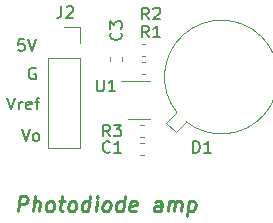
<source format=gbr>
%TF.GenerationSoftware,KiCad,Pcbnew,5.1.6-c6e7f7d~87~ubuntu18.04.1*%
%TF.CreationDate,2021-12-07T16:29:37-08:00*%
%TF.ProjectId,photodiode-amp,70686f74-6f64-4696-9f64-652d616d702e,rev?*%
%TF.SameCoordinates,Original*%
%TF.FileFunction,Legend,Top*%
%TF.FilePolarity,Positive*%
%FSLAX46Y46*%
G04 Gerber Fmt 4.6, Leading zero omitted, Abs format (unit mm)*
G04 Created by KiCad (PCBNEW 5.1.6-c6e7f7d~87~ubuntu18.04.1) date 2021-12-07 16:29:37*
%MOMM*%
%LPD*%
G01*
G04 APERTURE LIST*
%ADD10C,0.228600*%
%ADD11C,0.150000*%
%ADD12C,0.120000*%
G04 APERTURE END LIST*
D10*
X141626113Y-108651523D02*
X141784863Y-107381523D01*
X142268673Y-107381523D01*
X142382066Y-107442000D01*
X142434982Y-107502476D01*
X142480339Y-107623428D01*
X142457661Y-107804857D01*
X142382066Y-107925809D01*
X142314030Y-107986285D01*
X142185518Y-108046761D01*
X141701708Y-108046761D01*
X142896113Y-108651523D02*
X143054863Y-107381523D01*
X143440399Y-108651523D02*
X143523554Y-107986285D01*
X143478197Y-107865333D01*
X143364804Y-107804857D01*
X143183375Y-107804857D01*
X143054863Y-107865333D01*
X142986828Y-107925809D01*
X144226589Y-108651523D02*
X144113197Y-108591047D01*
X144060280Y-108530571D01*
X144014923Y-108409619D01*
X144060280Y-108046761D01*
X144135875Y-107925809D01*
X144203911Y-107865333D01*
X144332423Y-107804857D01*
X144513851Y-107804857D01*
X144627244Y-107865333D01*
X144680161Y-107925809D01*
X144725518Y-108046761D01*
X144680161Y-108409619D01*
X144604566Y-108530571D01*
X144536530Y-108591047D01*
X144408018Y-108651523D01*
X144226589Y-108651523D01*
X145118613Y-107804857D02*
X145602423Y-107804857D01*
X145352958Y-107381523D02*
X145216887Y-108470095D01*
X145262244Y-108591047D01*
X145375637Y-108651523D01*
X145496589Y-108651523D01*
X146101351Y-108651523D02*
X145987958Y-108591047D01*
X145935042Y-108530571D01*
X145889685Y-108409619D01*
X145935042Y-108046761D01*
X146010637Y-107925809D01*
X146078673Y-107865333D01*
X146207185Y-107804857D01*
X146388613Y-107804857D01*
X146502006Y-107865333D01*
X146554923Y-107925809D01*
X146600280Y-108046761D01*
X146554923Y-108409619D01*
X146479328Y-108530571D01*
X146411292Y-108591047D01*
X146282780Y-108651523D01*
X146101351Y-108651523D01*
X147613256Y-108651523D02*
X147772006Y-107381523D01*
X147620816Y-108591047D02*
X147492304Y-108651523D01*
X147250399Y-108651523D01*
X147137006Y-108591047D01*
X147084089Y-108530571D01*
X147038732Y-108409619D01*
X147084089Y-108046761D01*
X147159685Y-107925809D01*
X147227720Y-107865333D01*
X147356232Y-107804857D01*
X147598137Y-107804857D01*
X147711530Y-107865333D01*
X148218018Y-108651523D02*
X148323851Y-107804857D01*
X148376768Y-107381523D02*
X148308732Y-107442000D01*
X148361649Y-107502476D01*
X148429685Y-107442000D01*
X148376768Y-107381523D01*
X148361649Y-107502476D01*
X149004208Y-108651523D02*
X148890816Y-108591047D01*
X148837899Y-108530571D01*
X148792542Y-108409619D01*
X148837899Y-108046761D01*
X148913494Y-107925809D01*
X148981530Y-107865333D01*
X149110042Y-107804857D01*
X149291470Y-107804857D01*
X149404863Y-107865333D01*
X149457780Y-107925809D01*
X149503137Y-108046761D01*
X149457780Y-108409619D01*
X149382185Y-108530571D01*
X149314149Y-108591047D01*
X149185637Y-108651523D01*
X149004208Y-108651523D01*
X150516113Y-108651523D02*
X150674863Y-107381523D01*
X150523673Y-108591047D02*
X150395161Y-108651523D01*
X150153256Y-108651523D01*
X150039863Y-108591047D01*
X149986947Y-108530571D01*
X149941589Y-108409619D01*
X149986947Y-108046761D01*
X150062542Y-107925809D01*
X150130578Y-107865333D01*
X150259089Y-107804857D01*
X150500994Y-107804857D01*
X150614387Y-107865333D01*
X151612244Y-108591047D02*
X151483732Y-108651523D01*
X151241828Y-108651523D01*
X151128435Y-108591047D01*
X151083078Y-108470095D01*
X151143554Y-107986285D01*
X151219149Y-107865333D01*
X151347661Y-107804857D01*
X151589566Y-107804857D01*
X151702958Y-107865333D01*
X151748316Y-107986285D01*
X151733197Y-108107238D01*
X151113316Y-108228190D01*
X153721351Y-108651523D02*
X153804506Y-107986285D01*
X153759149Y-107865333D01*
X153645756Y-107804857D01*
X153403851Y-107804857D01*
X153275339Y-107865333D01*
X153728911Y-108591047D02*
X153600399Y-108651523D01*
X153298018Y-108651523D01*
X153184625Y-108591047D01*
X153139268Y-108470095D01*
X153154387Y-108349142D01*
X153229982Y-108228190D01*
X153358494Y-108167714D01*
X153660875Y-108167714D01*
X153789387Y-108107238D01*
X154326113Y-108651523D02*
X154431947Y-107804857D01*
X154416828Y-107925809D02*
X154484863Y-107865333D01*
X154613375Y-107804857D01*
X154794804Y-107804857D01*
X154908197Y-107865333D01*
X154953554Y-107986285D01*
X154870399Y-108651523D01*
X154953554Y-107986285D02*
X155029149Y-107865333D01*
X155157661Y-107804857D01*
X155339089Y-107804857D01*
X155452482Y-107865333D01*
X155497839Y-107986285D01*
X155414685Y-108651523D01*
X156125280Y-107804857D02*
X155966530Y-109074857D01*
X156117720Y-107865333D02*
X156246232Y-107804857D01*
X156488137Y-107804857D01*
X156601530Y-107865333D01*
X156654447Y-107925809D01*
X156699804Y-108046761D01*
X156654447Y-108409619D01*
X156578851Y-108530571D01*
X156510816Y-108591047D01*
X156382304Y-108651523D01*
X156140399Y-108651523D01*
X156027006Y-108591047D01*
D11*
X142176523Y-94067380D02*
X141700333Y-94067380D01*
X141652714Y-94543571D01*
X141700333Y-94495952D01*
X141795571Y-94448333D01*
X142033666Y-94448333D01*
X142128904Y-94495952D01*
X142176523Y-94543571D01*
X142224142Y-94638809D01*
X142224142Y-94876904D01*
X142176523Y-94972142D01*
X142128904Y-95019761D01*
X142033666Y-95067380D01*
X141795571Y-95067380D01*
X141700333Y-95019761D01*
X141652714Y-94972142D01*
X142509857Y-94067380D02*
X142843190Y-95067380D01*
X143176523Y-94067380D01*
X143136904Y-96528000D02*
X143041666Y-96480380D01*
X142898809Y-96480380D01*
X142755952Y-96528000D01*
X142660714Y-96623238D01*
X142613095Y-96718476D01*
X142565476Y-96908952D01*
X142565476Y-97051809D01*
X142613095Y-97242285D01*
X142660714Y-97337523D01*
X142755952Y-97432761D01*
X142898809Y-97480380D01*
X142994047Y-97480380D01*
X143136904Y-97432761D01*
X143184523Y-97385142D01*
X143184523Y-97051809D01*
X142994047Y-97051809D01*
X141962285Y-101687380D02*
X142295619Y-102687380D01*
X142628952Y-101687380D01*
X143105142Y-102687380D02*
X143009904Y-102639761D01*
X142962285Y-102592142D01*
X142914666Y-102496904D01*
X142914666Y-102211190D01*
X142962285Y-102115952D01*
X143009904Y-102068333D01*
X143105142Y-102020714D01*
X143248000Y-102020714D01*
X143343238Y-102068333D01*
X143390857Y-102115952D01*
X143438476Y-102211190D01*
X143438476Y-102496904D01*
X143390857Y-102592142D01*
X143343238Y-102639761D01*
X143248000Y-102687380D01*
X143105142Y-102687380D01*
X140755857Y-99020380D02*
X141089190Y-100020380D01*
X141422523Y-99020380D01*
X141755857Y-100020380D02*
X141755857Y-99353714D01*
X141755857Y-99544190D02*
X141803476Y-99448952D01*
X141851095Y-99401333D01*
X141946333Y-99353714D01*
X142041571Y-99353714D01*
X142755857Y-99972761D02*
X142660619Y-100020380D01*
X142470142Y-100020380D01*
X142374904Y-99972761D01*
X142327285Y-99877523D01*
X142327285Y-99496571D01*
X142374904Y-99401333D01*
X142470142Y-99353714D01*
X142660619Y-99353714D01*
X142755857Y-99401333D01*
X142803476Y-99496571D01*
X142803476Y-99591809D01*
X142327285Y-99687047D01*
X143089190Y-99353714D02*
X143470142Y-99353714D01*
X143232047Y-100020380D02*
X143232047Y-99163238D01*
X143279666Y-99068000D01*
X143374904Y-99020380D01*
X143470142Y-99020380D01*
D12*
%TO.C,D1*%
X155879629Y-101056674D02*
G75*
G03*
X155102098Y-100279084I2997371J3774674D01*
G01*
X155102098Y-100279084D02*
X154211144Y-101170039D01*
X154211144Y-101170039D02*
X154988961Y-101947856D01*
X154988961Y-101947856D02*
X155879916Y-101056902D01*
%TO.C,U1*%
X150992000Y-100797000D02*
X152792000Y-100797000D01*
X152792000Y-97577000D02*
X150342000Y-97577000D01*
%TO.C,R3*%
X152308779Y-102364000D02*
X151983221Y-102364000D01*
X152308779Y-101344000D02*
X151983221Y-101344000D01*
%TO.C,R1*%
X152110221Y-96010000D02*
X152435779Y-96010000D01*
X152110221Y-97030000D02*
X152435779Y-97030000D01*
%TO.C,C1*%
X152308779Y-103888000D02*
X151983221Y-103888000D01*
X152308779Y-102868000D02*
X151983221Y-102868000D01*
%TO.C,C3*%
X150497000Y-95595221D02*
X150497000Y-95920779D01*
X149477000Y-95595221D02*
X149477000Y-95920779D01*
%TO.C,R2*%
X152110221Y-95506000D02*
X152435779Y-95506000D01*
X152110221Y-94486000D02*
X152435779Y-94486000D01*
%TO.C,J2*%
X145542000Y-93031000D02*
X146872000Y-93031000D01*
X146872000Y-93031000D02*
X146872000Y-94361000D01*
X146872000Y-95631000D02*
X146872000Y-103311000D01*
X144212000Y-103311000D02*
X146872000Y-103311000D01*
X144212000Y-95631000D02*
X144212000Y-103311000D01*
X144212000Y-95631000D02*
X146872000Y-95631000D01*
%TO.C,D1*%
D11*
X156487904Y-103703380D02*
X156487904Y-102703380D01*
X156726000Y-102703380D01*
X156868857Y-102751000D01*
X156964095Y-102846238D01*
X157011714Y-102941476D01*
X157059333Y-103131952D01*
X157059333Y-103274809D01*
X157011714Y-103465285D01*
X156964095Y-103560523D01*
X156868857Y-103655761D01*
X156726000Y-103703380D01*
X156487904Y-103703380D01*
X158011714Y-103703380D02*
X157440285Y-103703380D01*
X157726000Y-103703380D02*
X157726000Y-102703380D01*
X157630761Y-102846238D01*
X157535523Y-102941476D01*
X157440285Y-102989095D01*
%TO.C,U1*%
X148336095Y-97496380D02*
X148336095Y-98305904D01*
X148383714Y-98401142D01*
X148431333Y-98448761D01*
X148526571Y-98496380D01*
X148717047Y-98496380D01*
X148812285Y-98448761D01*
X148859904Y-98401142D01*
X148907523Y-98305904D01*
X148907523Y-97496380D01*
X149907523Y-98496380D02*
X149336095Y-98496380D01*
X149621809Y-98496380D02*
X149621809Y-97496380D01*
X149526571Y-97639238D01*
X149431333Y-97734476D01*
X149336095Y-97782095D01*
%TO.C,R3*%
X149439333Y-102306380D02*
X149106000Y-101830190D01*
X148867904Y-102306380D02*
X148867904Y-101306380D01*
X149248857Y-101306380D01*
X149344095Y-101354000D01*
X149391714Y-101401619D01*
X149439333Y-101496857D01*
X149439333Y-101639714D01*
X149391714Y-101734952D01*
X149344095Y-101782571D01*
X149248857Y-101830190D01*
X148867904Y-101830190D01*
X149772666Y-101306380D02*
X150391714Y-101306380D01*
X150058380Y-101687333D01*
X150201238Y-101687333D01*
X150296476Y-101734952D01*
X150344095Y-101782571D01*
X150391714Y-101877809D01*
X150391714Y-102115904D01*
X150344095Y-102211142D01*
X150296476Y-102258761D01*
X150201238Y-102306380D01*
X149915523Y-102306380D01*
X149820285Y-102258761D01*
X149772666Y-102211142D01*
%TO.C,R1*%
X152741333Y-93924380D02*
X152408000Y-93448190D01*
X152169904Y-93924380D02*
X152169904Y-92924380D01*
X152550857Y-92924380D01*
X152646095Y-92972000D01*
X152693714Y-93019619D01*
X152741333Y-93114857D01*
X152741333Y-93257714D01*
X152693714Y-93352952D01*
X152646095Y-93400571D01*
X152550857Y-93448190D01*
X152169904Y-93448190D01*
X153693714Y-93924380D02*
X153122285Y-93924380D01*
X153408000Y-93924380D02*
X153408000Y-92924380D01*
X153312761Y-93067238D01*
X153217523Y-93162476D01*
X153122285Y-93210095D01*
%TO.C,C1*%
X149439333Y-103608142D02*
X149391714Y-103655761D01*
X149248857Y-103703380D01*
X149153619Y-103703380D01*
X149010761Y-103655761D01*
X148915523Y-103560523D01*
X148867904Y-103465285D01*
X148820285Y-103274809D01*
X148820285Y-103131952D01*
X148867904Y-102941476D01*
X148915523Y-102846238D01*
X149010761Y-102751000D01*
X149153619Y-102703380D01*
X149248857Y-102703380D01*
X149391714Y-102751000D01*
X149439333Y-102798619D01*
X150391714Y-103703380D02*
X149820285Y-103703380D01*
X150106000Y-103703380D02*
X150106000Y-102703380D01*
X150010761Y-102846238D01*
X149915523Y-102941476D01*
X149820285Y-102989095D01*
%TO.C,C3*%
X150344142Y-93511666D02*
X150391761Y-93559285D01*
X150439380Y-93702142D01*
X150439380Y-93797380D01*
X150391761Y-93940238D01*
X150296523Y-94035476D01*
X150201285Y-94083095D01*
X150010809Y-94130714D01*
X149867952Y-94130714D01*
X149677476Y-94083095D01*
X149582238Y-94035476D01*
X149487000Y-93940238D01*
X149439380Y-93797380D01*
X149439380Y-93702142D01*
X149487000Y-93559285D01*
X149534619Y-93511666D01*
X149439380Y-93178333D02*
X149439380Y-92559285D01*
X149820333Y-92892619D01*
X149820333Y-92749761D01*
X149867952Y-92654523D01*
X149915571Y-92606904D01*
X150010809Y-92559285D01*
X150248904Y-92559285D01*
X150344142Y-92606904D01*
X150391761Y-92654523D01*
X150439380Y-92749761D01*
X150439380Y-93035476D01*
X150391761Y-93130714D01*
X150344142Y-93178333D01*
%TO.C,R2*%
X152741333Y-92400380D02*
X152408000Y-91924190D01*
X152169904Y-92400380D02*
X152169904Y-91400380D01*
X152550857Y-91400380D01*
X152646095Y-91448000D01*
X152693714Y-91495619D01*
X152741333Y-91590857D01*
X152741333Y-91733714D01*
X152693714Y-91828952D01*
X152646095Y-91876571D01*
X152550857Y-91924190D01*
X152169904Y-91924190D01*
X153122285Y-91495619D02*
X153169904Y-91448000D01*
X153265142Y-91400380D01*
X153503238Y-91400380D01*
X153598476Y-91448000D01*
X153646095Y-91495619D01*
X153693714Y-91590857D01*
X153693714Y-91686095D01*
X153646095Y-91828952D01*
X153074666Y-92400380D01*
X153693714Y-92400380D01*
%TO.C,J2*%
X145335666Y-91273380D02*
X145335666Y-91987666D01*
X145288047Y-92130523D01*
X145192809Y-92225761D01*
X145049952Y-92273380D01*
X144954714Y-92273380D01*
X145764238Y-91368619D02*
X145811857Y-91321000D01*
X145907095Y-91273380D01*
X146145190Y-91273380D01*
X146240428Y-91321000D01*
X146288047Y-91368619D01*
X146335666Y-91463857D01*
X146335666Y-91559095D01*
X146288047Y-91701952D01*
X145716619Y-92273380D01*
X146335666Y-92273380D01*
%TD*%
M02*

</source>
